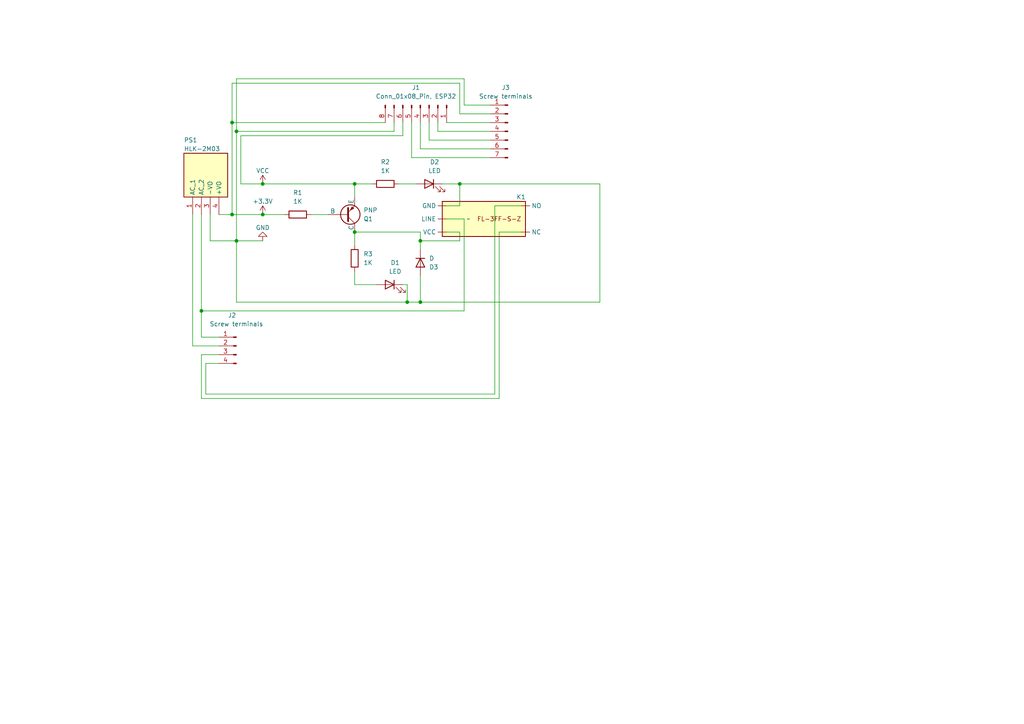
<source format=kicad_sch>
(kicad_sch (version 20230121) (generator eeschema)
  (paper "A4")
  (lib_symbols
    (symbol "Connector:Conn_01x04_Pin" (pin_names (offset 1.016) hide)
      (property "Reference" "J" (at 0 5.08 0))
      (property "Value" "Conn_01x04_Pin" (at 0 -7.62 0))
      (symbol "Conn_01x04_Pin_1_1"
        (polyline (pts (xy 1.27 -5.08) (xy 0.8636 -5.08)) (stroke (width 0.1524)))
        (polyline (pts (xy 1.27 -2.54) (xy 0.8636 -2.54)) (stroke (width 0.1524)))
        (polyline (pts (xy 1.27 0) (xy 0.8636 0)) (stroke (width 0.1524)))
        (polyline (pts (xy 1.27 2.54) (xy 0.8636 2.54)) (stroke (width 0.1524)))
        (rectangle (start 0.8636 -4.953) (end 0 -5.207) (stroke (width 0.1524)) (fill (type outline)))
        (rectangle (start 0.8636 -2.413) (end 0 -2.667) (stroke (width 0.1524)) (fill (type outline)))
        (rectangle (start 0.8636 0.127) (end 0 -0.127) (stroke (width 0.1524)) (fill (type outline)))
        (rectangle (start 0.8636 2.667) (end 0 2.413) (stroke (width 0.1524)) (fill (type outline)))
        (pin passive line (at 5.08 2.54 180) (length 3.81) (name "Pin_1") (number "1"))
        (pin passive line (at 5.08 0 180) (length 3.81) (name "Pin_2") (number "2"))
        (pin passive line (at 5.08 -2.54 180) (length 3.81) (name "Pin_3") (number "3"))
        (pin passive line (at 5.08 -5.08 180) (length 3.81) (name "Pin_4") (number "4"))
      )
    )
    (symbol "Connector:Conn_01x07_Pin" (pin_names (offset 1.016) hide)
      (property "Reference" "J" (at 0 10.16 0))
      (property "Value" "Conn_01x07_Pin" (at 0 -10.16 0))
      (symbol "Conn_01x07_Pin_1_1"
        (polyline (pts (xy 1.27 -7.62) (xy 0.8636 -7.62)) (stroke (width 0.1524)))
        (polyline (pts (xy 1.27 -5.08) (xy 0.8636 -5.08)) (stroke (width 0.1524)))
        (polyline (pts (xy 1.27 -2.54) (xy 0.8636 -2.54)) (stroke (width 0.1524)))
        (polyline (pts (xy 1.27 0) (xy 0.8636 0)) (stroke (width 0.1524)))
        (polyline (pts (xy 1.27 2.54) (xy 0.8636 2.54)) (stroke (width 0.1524)))
        (polyline (pts (xy 1.27 5.08) (xy 0.8636 5.08)) (stroke (width 0.1524)))
        (polyline (pts (xy 1.27 7.62) (xy 0.8636 7.62)) (stroke (width 0.1524)))
        (rectangle (start 0.8636 -7.493) (end 0 -7.747) (stroke (width 0.1524)) (fill (type outline)))
        (rectangle (start 0.8636 -4.953) (end 0 -5.207) (stroke (width 0.1524)) (fill (type outline)))
        (rectangle (start 0.8636 -2.413) (end 0 -2.667) (stroke (width 0.1524)) (fill (type outline)))
        (rectangle (start 0.8636 0.127) (end 0 -0.127) (stroke (width 0.1524)) (fill (type outline)))
        (rectangle (start 0.8636 2.667) (end 0 2.413) (stroke (width 0.1524)) (fill (type outline)))
        (rectangle (start 0.8636 5.207) (end 0 4.953) (stroke (width 0.1524)) (fill (type outline)))
        (rectangle (start 0.8636 7.747) (end 0 7.493) (stroke (width 0.1524)) (fill (type outline)))
        (pin passive line (at 5.08 7.62 180) (length 3.81) (name "Pin_1") (number "1"))
        (pin passive line (at 5.08 5.08 180) (length 3.81) (name "Pin_2") (number "2"))
        (pin passive line (at 5.08 2.54 180) (length 3.81) (name "Pin_3") (number "3"))
        (pin passive line (at 5.08 0 180) (length 3.81) (name "Pin_4") (number "4"))
        (pin passive line (at 5.08 -2.54 180) (length 3.81) (name "Pin_5") (number "5"))
        (pin passive line (at 5.08 -5.08 180) (length 3.81) (name "Pin_6") (number "6"))
        (pin passive line (at 5.08 -7.62 180) (length 3.81) (name "Pin_7") (number "7"))
      )
    )
    (symbol "Connector:Conn_01x08_Pin" (pin_names (offset 1.016) hide)
      (property "Reference" "J" (at 0 10.16 0))
      (property "Value" "Conn_01x08_Pin" (at 0 -12.7 0))
      (symbol "Conn_01x08_Pin_1_1"
        (polyline (pts (xy 1.27 -10.16) (xy 0.8636 -10.16)) (stroke (width 0.1524)))
        (polyline (pts (xy 1.27 -7.62) (xy 0.8636 -7.62)) (stroke (width 0.1524)))
        (polyline (pts (xy 1.27 -5.08) (xy 0.8636 -5.08)) (stroke (width 0.1524)))
        (polyline (pts (xy 1.27 -2.54) (xy 0.8636 -2.54)) (stroke (width 0.1524)))
        (polyline (pts (xy 1.27 0) (xy 0.8636 0)) (stroke (width 0.1524)))
        (polyline (pts (xy 1.27 2.54) (xy 0.8636 2.54)) (stroke (width 0.1524)))
        (polyline (pts (xy 1.27 5.08) (xy 0.8636 5.08)) (stroke (width 0.1524)))
        (polyline (pts (xy 1.27 7.62) (xy 0.8636 7.62)) (stroke (width 0.1524)))
        (rectangle (start 0.8636 -10.033) (end 0 -10.287) (stroke (width 0.1524)) (fill (type outline)))
        (rectangle (start 0.8636 -7.493) (end 0 -7.747) (stroke (width 0.1524)) (fill (type outline)))
        (rectangle (start 0.8636 -4.953) (end 0 -5.207) (stroke (width 0.1524)) (fill (type outline)))
        (rectangle (start 0.8636 -2.413) (end 0 -2.667) (stroke (width 0.1524)) (fill (type outline)))
        (rectangle (start 0.8636 0.127) (end 0 -0.127) (stroke (width 0.1524)) (fill (type outline)))
        (rectangle (start 0.8636 2.667) (end 0 2.413) (stroke (width 0.1524)) (fill (type outline)))
        (rectangle (start 0.8636 5.207) (end 0 4.953) (stroke (width 0.1524)) (fill (type outline)))
        (rectangle (start 0.8636 7.747) (end 0 7.493) (stroke (width 0.1524)) (fill (type outline)))
        (pin passive line (at 5.08 7.62 180) (length 3.81) (name "Pin_1") (number "1"))
        (pin passive line (at 5.08 5.08 180) (length 3.81) (name "Pin_2") (number "2"))
        (pin passive line (at 5.08 2.54 180) (length 3.81) (name "Pin_3") (number "3"))
        (pin passive line (at 5.08 0 180) (length 3.81) (name "Pin_4") (number "4"))
        (pin passive line (at 5.08 -2.54 180) (length 3.81) (name "Pin_5") (number "5"))
        (pin passive line (at 5.08 -5.08 180) (length 3.81) (name "Pin_6") (number "6"))
        (pin passive line (at 5.08 -7.62 180) (length 3.81) (name "Pin_7") (number "7"))
        (pin passive line (at 5.08 -10.16 180) (length 3.81) (name "Pin_8") (number "8"))
      )
    )
    (symbol "Device:D" (pin_numbers hide) (pin_names (offset 1.016) hide)
      (property "Reference" "D" (at 0 2.54 0))
      (property "Value" "D" (at 0 -2.54 0))
      (symbol "D_0_1"
        (polyline (pts (xy -1.27 1.27) (xy -1.27 -1.27)) (stroke (width 0.254)))
        (polyline (pts (xy 1.27 0) (xy -1.27 0)))
        (polyline (pts (xy 1.27 1.27) (xy 1.27 -1.27) (xy -1.27 0) (xy 1.27 1.27)) (stroke (width 0.254)))
      )
      (symbol "D_1_1"
        (pin passive line (at -3.81 0 0) (length 2.54) (name "K") (number "1"))
        (pin passive line (at 3.81 0 180) (length 2.54) (name "A") (number "2"))
      )
    )
    (symbol "Device:LED" (pin_numbers hide) (pin_names (offset 1.016) hide)
      (property "Reference" "D" (at 0 2.54 0))
      (property "Value" "LED" (at 0 -2.54 0))
      (symbol "LED_0_1"
        (polyline (pts (xy -1.27 -1.27) (xy -1.27 1.27)) (stroke (width 0.254)))
        (polyline (pts (xy -1.27 0) (xy 1.27 0)))
        (polyline (pts (xy 1.27 -1.27) (xy 1.27 1.27) (xy -1.27 0) (xy 1.27 -1.27)) (stroke (width 0.254)))
        (polyline (pts (xy -3.048 -0.762) (xy -4.572 -2.286) (xy -3.81 -2.286) (xy -4.572 -2.286) (xy -4.572 -1.524)))
        (polyline (pts (xy -1.778 -0.762) (xy -3.302 -2.286) (xy -2.54 -2.286) (xy -3.302 -2.286) (xy -3.302 -1.524)))
      )
      (symbol "LED_1_1"
        (pin passive line (at -3.81 0 0) (length 2.54) (name "K") (number "1"))
        (pin passive line (at 3.81 0 180) (length 2.54) (name "A") (number "2"))
      )
    )
    (symbol "Device:R" (pin_numbers hide) (pin_names (offset 0))
      (property "Reference" "R" (at 2.032 0 90))
      (property "Value" "R" (at 0 0 90))
      (symbol "R_0_1"
        (rectangle (start -1.016 -2.54) (end 1.016 2.54) (stroke (width 0.254)))
      )
      (symbol "R_1_1"
        (pin passive line (at 0 3.81 270) (length 1.27) (name "~") (number "1"))
        (pin passive line (at 0 -3.81 90) (length 1.27) (name "~") (number "2"))
      )
    )
    (symbol "Library:FL-3FF-S-Z"
      (property "Reference" "K" (at -15.24 6.35 0))
      (symbol "FL-3FF-S-Z_1_1"
        (rectangle (start -16.51 5.08) (end 7.62 -5.08) (stroke (width 0.254)) (fill (type background)))
        (text "FL-3FF-S-Z" (at -8.89 0 0) (effects (font (size 1.27 1.27))))
        (pin passive line (at 6.35 3.81 0) (length 2.54) (name "GND") (number ""))
        (pin passive line (at 6.35 0 0) (length 2.54) (name "LINE") (number ""))
        (pin output line (at -15.24 -3.81 180) (length 2.54) (name "NC") (number ""))
        (pin output line (at -15.24 3.81 180) (length 2.54) (name "NO") (number ""))
        (pin input line (at 6.35 -3.81 0) (length 2.54) (name "VCC") (number ""))
      )
    )
    (symbol "Library:HLK-2M03"
      (property "Reference" "PS" (at 19.05 7.62 0))
      (property "Value" "HLK-2M03" (at 19.05 5.08 0))
      (symbol "HLK-2M03_1_1"
        (rectangle (start 5.08 2.54) (end 17.78 -10.16) (stroke (width 0.254)) (fill (type background)))
        (pin passive line (at 0 0 0) (length 5.08) (name "AC_1") (number "1"))
        (pin passive line (at 0 -2.54 0) (length 5.08) (name "AC_2") (number "2"))
        (pin passive line (at 0 -5.08 0) (length 5.08) (name "-VO") (number "3"))
        (pin passive line (at 0 -7.62 0) (length 5.08) (name "+VO") (number "4"))
      )
    )
    (symbol "Simulation_SPICE:PNP" (pin_numbers hide) (pin_names (offset 0))
      (property "Reference" "Q" (at -2.54 7.62 0))
      (property "Value" "PNP" (at -2.54 5.08 0))
      (symbol "PNP_0_1"
        (polyline (pts (xy -2.54 0) (xy 0.635 0)) (stroke (width 0.1524)))
        (polyline (pts (xy 0.635 0.635) (xy 2.54 2.54)))
        (polyline (pts (xy 0.635 -0.635) (xy 2.54 -2.54) (xy 2.54 -2.54)))
        (polyline (pts (xy 0.635 1.905) (xy 0.635 -1.905) (xy 0.635 -1.905)) (stroke (width 0.508)))
        (polyline (pts (xy 2.286 -1.778) (xy 1.778 -2.286) (xy 1.27 -1.27) (xy 2.286 -1.778) (xy 2.286 -1.778)) (fill (type outline)))
        (circle (center 1.27 0) (radius 2.8194) (stroke (width 0.254)))
      )
      (symbol "PNP_1_1"
        (pin open_collector line (at 2.54 5.08 270) (length 2.54) (name "C") (number "1"))
        (pin input line (at -5.08 0 0) (length 2.54) (name "B") (number "2"))
        (pin open_emitter line (at 2.54 -5.08 90) (length 2.54) (name "E") (number "3"))
      )
    )
    (symbol "power:+3.3V" (power) (pin_names (offset 0))
      (property "Value" "+3.3V" (at 0 3.556 0))
      (symbol "+3.3V_0_1"
        (polyline (pts (xy -0.762 1.27) (xy 0 2.54)))
        (polyline (pts (xy 0 0) (xy 0 2.54)))
        (polyline (pts (xy 0 2.54) (xy 0.762 1.27)))
      )
      (symbol "+3.3V_1_1"
        (pin power_in line (at 0 0 90) (length 0) hide (name "+3.3V") (number "1"))
      )
    )
    (symbol "power:GND" (power) (pin_names (offset 0))
      (property "Value" "GND" (at 0 -3.81 0))
      (symbol "GND_0_1"
        (polyline (pts (xy 0 0) (xy 0 -1.27) (xy 1.27 -1.27) (xy 0 -2.54) (xy -1.27 -1.27) (xy 0 -1.27)))
      )
      (symbol "GND_1_1"
        (pin power_in line (at 0 0 270) (length 0) hide (name "GND") (number "1"))
      )
    )
    (symbol "power:VCC" (power) (pin_names (offset 0))
      (property "Value" "VCC" (at 0 3.81 0))
      (symbol "VCC_0_1"
        (polyline (pts (xy -0.762 1.27) (xy 0 2.54)))
        (polyline (pts (xy 0 0) (xy 0 2.54)))
        (polyline (pts (xy 0 2.54) (xy 0.762 1.27)))
      )
      (symbol "VCC_1_1"
        (pin power_in line (at 0 0 90) (length 0) hide (name "VCC") (number "1"))
      )
    )
  )
  (junction (at 133.35 53.34))
  (junction (at 76.2 62.23))
  (junction (at 76.2 53.34))
  (junction (at 68.58 38.1))
  (junction (at 67.31 35.56))
  (junction (at 68.58 69.85))
  (junction (at 67.31 62.23))
  (junction (at 121.92 69.85))
  (junction (at 118.11 87.63))
  (junction (at 121.92 87.63))
  (junction (at 58.42 90.17))
  (junction (at 102.87 53.34))
  (junction (at 102.87 67.31))
  (wire (pts (xy 115.57 53.34) (xy 120.65 53.34)))
  (wire (pts (xy 59.69 114.3) (xy 59.69 105.41)))
  (wire (pts (xy 59.69 105.41) (xy 63.5 105.41)))
  (wire (pts (xy 63.5 97.79) (xy 58.42 97.79)))
  (wire (pts (xy 58.42 62.23) (xy 58.42 90.17)))
  (wire (pts (xy 67.31 24.13) (xy 67.31 35.56)))
  (wire (pts (xy 133.35 67.31) (xy 133.35 69.85)))
  (wire (pts (xy 102.87 67.31) (xy 102.87 71.12)))
  (wire (pts (xy 55.88 62.23) (xy 55.88 100.33)))
  (wire (pts (xy 133.35 69.85) (xy 121.92 69.85)))
  (wire (pts (xy 121.92 43.18) (xy 142.24 43.18)))
  (wire (pts (xy 134.62 22.86) (xy 68.58 22.86)))
  (wire (pts (xy 58.42 115.57) (xy 58.42 102.87)))
  (wire (pts (xy 116.84 82.55) (xy 118.11 82.55)))
  (wire (pts (xy 68.58 69.85) (xy 68.58 87.63)))
  (wire (pts (xy 58.42 102.87) (xy 63.5 102.87)))
  (wire (pts (xy 118.11 87.63) (xy 68.58 87.63)))
  (wire (pts (xy 102.87 53.34) (xy 102.87 57.15)))
  (wire (pts (xy 121.92 80.01) (xy 121.92 87.63)))
  (wire (pts (xy 133.35 53.34) (xy 133.35 59.69)))
  (wire (pts (xy 111.76 35.56) (xy 67.31 35.56)))
  (wire (pts (xy 102.87 53.34) (xy 107.95 53.34)))
  (wire (pts (xy 102.87 82.55) (xy 109.22 82.55)))
  (wire (pts (xy 133.35 24.13) (xy 133.35 33.02)))
  (wire (pts (xy 134.62 30.48) (xy 142.24 30.48)))
  (wire (pts (xy 60.96 69.85) (xy 68.58 69.85)))
  (wire (pts (xy 133.35 24.13) (xy 67.31 24.13)))
  (wire (pts (xy 121.92 72.39) (xy 121.92 69.85)))
  (wire (pts (xy 129.54 35.56) (xy 142.24 35.56)))
  (wire (pts (xy 173.99 87.63) (xy 121.92 87.63)))
  (wire (pts (xy 133.35 59.69) (xy 129.54 59.69)))
  (wire (pts (xy 133.35 67.31) (xy 129.54 67.31)))
  (wire (pts (xy 143.51 114.3) (xy 59.69 114.3)))
  (wire (pts (xy 151.13 67.31) (xy 144.78 67.31)))
  (wire (pts (xy 173.99 53.34) (xy 133.35 53.34)))
  (wire (pts (xy 68.58 69.85) (xy 76.2 69.85)))
  (wire (pts (xy 144.78 115.57) (xy 58.42 115.57)))
  (wire (pts (xy 69.85 53.34) (xy 76.2 53.34)))
  (wire (pts (xy 58.42 90.17) (xy 58.42 97.79)))
  (wire (pts (xy 68.58 38.1) (xy 68.58 69.85)))
  (wire (pts (xy 144.78 67.31) (xy 144.78 115.57)))
  (wire (pts (xy 134.62 22.86) (xy 134.62 30.48)))
  (wire (pts (xy 133.35 33.02) (xy 142.24 33.02)))
  (wire (pts (xy 124.46 35.56) (xy 124.46 40.64)))
  (wire (pts (xy 118.11 82.55) (xy 118.11 87.63)))
  (wire (pts (xy 102.87 67.31) (xy 121.92 67.31)))
  (wire (pts (xy 76.2 53.34) (xy 102.87 53.34)))
  (wire (pts (xy 121.92 69.85) (xy 121.92 67.31)))
  (wire (pts (xy 67.31 62.23) (xy 76.2 62.23)))
  (wire (pts (xy 134.62 63.5) (xy 129.54 63.5)))
  (wire (pts (xy 119.38 45.72) (xy 142.24 45.72)))
  (wire (pts (xy 118.11 87.63) (xy 121.92 87.63)))
  (wire (pts (xy 114.3 35.56) (xy 114.3 38.1)))
  (wire (pts (xy 173.99 53.34) (xy 173.99 87.63)))
  (wire (pts (xy 67.31 35.56) (xy 67.31 62.23)))
  (wire (pts (xy 69.85 39.37) (xy 69.85 53.34)))
  (wire (pts (xy 63.5 100.33) (xy 55.88 100.33)))
  (wire (pts (xy 151.13 59.69) (xy 143.51 59.69)))
  (wire (pts (xy 143.51 59.69) (xy 143.51 114.3)))
  (wire (pts (xy 102.87 78.74) (xy 102.87 82.55)))
  (wire (pts (xy 134.62 90.17) (xy 134.62 63.5)))
  (wire (pts (xy 116.84 39.37) (xy 69.85 39.37)))
  (wire (pts (xy 114.3 38.1) (xy 68.58 38.1)))
  (wire (pts (xy 121.92 35.56) (xy 121.92 43.18)))
  (wire (pts (xy 90.17 62.23) (xy 95.25 62.23)))
  (wire (pts (xy 60.96 62.23) (xy 60.96 69.85)))
  (wire (pts (xy 63.5 62.23) (xy 67.31 62.23)))
  (wire (pts (xy 127 35.56) (xy 127 38.1)))
  (wire (pts (xy 133.35 53.34) (xy 128.27 53.34)))
  (wire (pts (xy 76.2 62.23) (xy 82.55 62.23)))
  (wire (pts (xy 124.46 40.64) (xy 142.24 40.64)))
  (wire (pts (xy 58.42 90.17) (xy 134.62 90.17)))
  (wire (pts (xy 68.58 22.86) (xy 68.58 38.1)))
  (wire (pts (xy 119.38 35.56) (xy 119.38 45.72)))
  (wire (pts (xy 116.84 35.56) (xy 116.84 39.37)))
  (wire (pts (xy 127 38.1) (xy 142.24 38.1)))
  (symbol (lib_id "Connector:Conn_01x08_Pin") (at 121.92 30.48 270) (unit 1)
    (property "Reference" "J1" (at 120.65 25.4 90))
    (property "Value" "Conn_01x08_Pin, ESP32" (at 120.65 27.94 90))
    (property "Footprint" "Connector_Stocko:Stocko_MKS_1658-6-0-808_1x8_P2.50mm_Vertical" (effects hide))
  )
  (symbol (lib_id "Device:R") (at 102.87 74.93 0) (unit 1)
    (property "Reference" "R3" (at 105.41 73.66 0) (effects (justify left)))
    (property "Value" "1K" (at 105.41 76.2 0) (effects (justify left)))
    (property "Footprint" "Resistor_SMD:R_1206_3216Metric_Pad1.30x1.75mm_HandSolder" (effects hide))
  )
  (symbol (lib_id "Device:LED") (at 124.46 53.34 0) (mirror y) (unit 1)
    (property "Reference" "D2" (at 126.0475 46.99 0))
    (property "Value" "LED" (at 126.0475 49.53 0))
    (property "Footprint" "LED_THT:LED_D3.0mm" (effects hide))
  )
  (symbol (lib_id "power:+3.3V") (at 76.2 62.23 0) (unit 1)
    (property "Reference" "#PWR03" (effects hide))
    (property "Value" "+3.3V" (at 76.2 58.42 0))
  )
  (symbol (lib_id "Connector:Conn_01x04_Pin") (at 68.58 100.33 0) (mirror y) (unit 1)
    (property "Reference" "J2" (at 67.31 91.44 0))
    (property "Value" "Screw terminals" (at 68.58 93.98 0))
  )
  (symbol (lib_id "Device:R") (at 86.36 62.23 90) (unit 1)
    (property "Reference" "R1" (at 86.36 55.88 90))
    (property "Value" "1K" (at 86.36 58.42 90))
    (property "Footprint" "Resistor_SMD:R_1206_3216Metric_Pad1.30x1.75mm_HandSolder" (effects hide))
  )
  (symbol (lib_id "Library:FL-3FF-S-Z") (at 135.89 63.5 0) (mirror y) (unit 1)
    (property "Reference" "K1" (at 151.13 57.15 0))
    (property "Value" "~" (at 135.89 63.5 0))
    (property "Footprint" "Library:FL-3FF-S-Z" (effects hide))
  )
  (symbol (lib_id "Connector:Conn_01x07_Pin") (at 147.32 38.1 0) (mirror y) (unit 1)
    (property "Reference" "J3" (at 146.685 25.4 0))
    (property "Value" "Screw terminals" (at 146.685 27.94 0))
  )
  (symbol (lib_id "Simulation_SPICE:PNP") (at 100.33 62.23 0) (mirror x) (unit 1)
    (property "Reference" "Q1" (at 105.41 63.5 0) (effects (justify left)))
    (property "Value" "PNP" (at 105.41 60.96 0) (effects (justify left)))
    (property "Footprint" "Package_TO_SOT_SMD:SC-59_Handsoldering" (effects hide))
    (property "Sim.Device" "PNP" (effects hide))
    (property "Sim.Type" "GUMMELPOON" (effects hide))
    (property "Sim.Pins" "1=C 2=B 3=E" (effects hide))
  )
  (symbol (lib_id "power:GND") (at 76.2 69.85 180) (unit 1)
    (property "Reference" "#PWR01" (effects hide))
    (property "Value" "GND" (at 76.2 66.04 0))
  )
  (symbol (lib_id "Device:R") (at 111.76 53.34 90) (unit 1)
    (property "Reference" "R2" (at 111.76 46.99 90))
    (property "Value" "1K" (at 111.76 49.53 90))
    (property "Footprint" "Resistor_SMD:R_1206_3216Metric_Pad1.30x1.75mm_HandSolder" (effects hide))
  )
  (symbol (lib_id "power:VCC") (at 76.2 53.34 0) (unit 1)
    (property "Reference" "#PWR02" (effects hide))
    (property "Value" "VCC" (at 76.2 49.53 0))
  )
  (symbol (lib_id "Library:HLK-2M03") (at 55.88 62.23 90) (unit 1)
    (property "Reference" "PS1" (at 53.34 40.64 90) (effects (justify right)))
    (property "Value" "HLK-2M03" (at 53.34 43.18 90) (effects (justify right)))
    (property "Footprint" "Library:HLK2M03" (effects hide))
    (property "Datasheet" "https://robu.in/wp-content/uploads/2020/02/1912111437_HI-LINK-HLK-2M03_C399249.pdf" (effects hide))
    (property "Height" "19" (effects hide))
    (property "Manufacturer_Name" "Hi-Link" (effects hide))
    (property "Manufacturer_Part_Number" "HLK-2M03" (effects hide))
  )
  (symbol (lib_id "Device:D") (at 121.92 76.2 90) (mirror x) (unit 1)
    (property "Reference" "D3" (at 124.46 77.47 90) (effects (justify right)))
    (property "Value" "D" (at 124.46 74.93 90) (effects (justify right)))
    (property "Footprint" "Diode_SMD:D_1210_3225Metric_Pad1.42x2.65mm_HandSolder" (effects hide))
    (property "Sim.Device" "D" (effects hide))
    (property "Sim.Pins" "1=K 2=A" (effects hide))
  )
  (symbol (lib_id "Device:LED") (at 113.03 82.55 0) (mirror y) (unit 1)
    (property "Reference" "D1" (at 114.6175 76.2 0))
    (property "Value" "LED" (at 114.6175 78.74 0))
    (property "Footprint" "LED_THT:LED_D3.0mm" (effects hide))
  )
)
</source>
